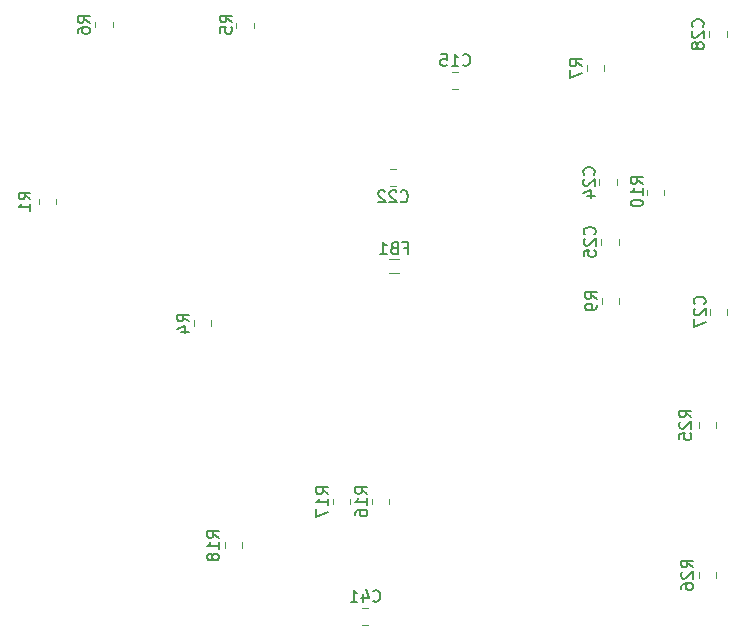
<source format=gbr>
%TF.GenerationSoftware,KiCad,Pcbnew,7.0.10*%
%TF.CreationDate,2024-03-15T07:12:17+07:00*%
%TF.ProjectId,Oxygen Monitoring,4f787967-656e-4204-9d6f-6e69746f7269,rev?*%
%TF.SameCoordinates,Original*%
%TF.FileFunction,Legend,Bot*%
%TF.FilePolarity,Positive*%
%FSLAX46Y46*%
G04 Gerber Fmt 4.6, Leading zero omitted, Abs format (unit mm)*
G04 Created by KiCad (PCBNEW 7.0.10) date 2024-03-15 07:12:17*
%MOMM*%
%LPD*%
G01*
G04 APERTURE LIST*
%ADD10C,0.150000*%
%ADD11C,0.120000*%
G04 APERTURE END LIST*
D10*
X118463219Y-42587942D02*
X117987028Y-42254609D01*
X118463219Y-42016514D02*
X117463219Y-42016514D01*
X117463219Y-42016514D02*
X117463219Y-42397466D01*
X117463219Y-42397466D02*
X117510838Y-42492704D01*
X117510838Y-42492704D02*
X117558457Y-42540323D01*
X117558457Y-42540323D02*
X117653695Y-42587942D01*
X117653695Y-42587942D02*
X117796552Y-42587942D01*
X117796552Y-42587942D02*
X117891790Y-42540323D01*
X117891790Y-42540323D02*
X117939409Y-42492704D01*
X117939409Y-42492704D02*
X117987028Y-42397466D01*
X117987028Y-42397466D02*
X117987028Y-42016514D01*
X118463219Y-43540323D02*
X118463219Y-42968895D01*
X118463219Y-43254609D02*
X117463219Y-43254609D01*
X117463219Y-43254609D02*
X117606076Y-43159371D01*
X117606076Y-43159371D02*
X117701314Y-43064133D01*
X117701314Y-43064133D02*
X117748933Y-42968895D01*
X117463219Y-44159371D02*
X117463219Y-44254609D01*
X117463219Y-44254609D02*
X117510838Y-44349847D01*
X117510838Y-44349847D02*
X117558457Y-44397466D01*
X117558457Y-44397466D02*
X117653695Y-44445085D01*
X117653695Y-44445085D02*
X117844171Y-44492704D01*
X117844171Y-44492704D02*
X118082266Y-44492704D01*
X118082266Y-44492704D02*
X118272742Y-44445085D01*
X118272742Y-44445085D02*
X118367980Y-44397466D01*
X118367980Y-44397466D02*
X118415600Y-44349847D01*
X118415600Y-44349847D02*
X118463219Y-44254609D01*
X118463219Y-44254609D02*
X118463219Y-44159371D01*
X118463219Y-44159371D02*
X118415600Y-44064133D01*
X118415600Y-44064133D02*
X118367980Y-44016514D01*
X118367980Y-44016514D02*
X118272742Y-43968895D01*
X118272742Y-43968895D02*
X118082266Y-43921276D01*
X118082266Y-43921276D02*
X117844171Y-43921276D01*
X117844171Y-43921276D02*
X117653695Y-43968895D01*
X117653695Y-43968895D02*
X117558457Y-44016514D01*
X117558457Y-44016514D02*
X117510838Y-44064133D01*
X117510838Y-44064133D02*
X117463219Y-44159371D01*
X113311819Y-32611333D02*
X112835628Y-32278000D01*
X113311819Y-32039905D02*
X112311819Y-32039905D01*
X112311819Y-32039905D02*
X112311819Y-32420857D01*
X112311819Y-32420857D02*
X112359438Y-32516095D01*
X112359438Y-32516095D02*
X112407057Y-32563714D01*
X112407057Y-32563714D02*
X112502295Y-32611333D01*
X112502295Y-32611333D02*
X112645152Y-32611333D01*
X112645152Y-32611333D02*
X112740390Y-32563714D01*
X112740390Y-32563714D02*
X112788009Y-32516095D01*
X112788009Y-32516095D02*
X112835628Y-32420857D01*
X112835628Y-32420857D02*
X112835628Y-32039905D01*
X112311819Y-32944667D02*
X112311819Y-33611333D01*
X112311819Y-33611333D02*
X113311819Y-33182762D01*
X123707580Y-52757142D02*
X123755200Y-52709523D01*
X123755200Y-52709523D02*
X123802819Y-52566666D01*
X123802819Y-52566666D02*
X123802819Y-52471428D01*
X123802819Y-52471428D02*
X123755200Y-52328571D01*
X123755200Y-52328571D02*
X123659961Y-52233333D01*
X123659961Y-52233333D02*
X123564723Y-52185714D01*
X123564723Y-52185714D02*
X123374247Y-52138095D01*
X123374247Y-52138095D02*
X123231390Y-52138095D01*
X123231390Y-52138095D02*
X123040914Y-52185714D01*
X123040914Y-52185714D02*
X122945676Y-52233333D01*
X122945676Y-52233333D02*
X122850438Y-52328571D01*
X122850438Y-52328571D02*
X122802819Y-52471428D01*
X122802819Y-52471428D02*
X122802819Y-52566666D01*
X122802819Y-52566666D02*
X122850438Y-52709523D01*
X122850438Y-52709523D02*
X122898057Y-52757142D01*
X122898057Y-53138095D02*
X122850438Y-53185714D01*
X122850438Y-53185714D02*
X122802819Y-53280952D01*
X122802819Y-53280952D02*
X122802819Y-53519047D01*
X122802819Y-53519047D02*
X122850438Y-53614285D01*
X122850438Y-53614285D02*
X122898057Y-53661904D01*
X122898057Y-53661904D02*
X122993295Y-53709523D01*
X122993295Y-53709523D02*
X123088533Y-53709523D01*
X123088533Y-53709523D02*
X123231390Y-53661904D01*
X123231390Y-53661904D02*
X123802819Y-53090476D01*
X123802819Y-53090476D02*
X123802819Y-53709523D01*
X122802819Y-54042857D02*
X122802819Y-54709523D01*
X122802819Y-54709523D02*
X123802819Y-54280952D01*
X95146019Y-68828042D02*
X94669828Y-68494709D01*
X95146019Y-68256614D02*
X94146019Y-68256614D01*
X94146019Y-68256614D02*
X94146019Y-68637566D01*
X94146019Y-68637566D02*
X94193638Y-68732804D01*
X94193638Y-68732804D02*
X94241257Y-68780423D01*
X94241257Y-68780423D02*
X94336495Y-68828042D01*
X94336495Y-68828042D02*
X94479352Y-68828042D01*
X94479352Y-68828042D02*
X94574590Y-68780423D01*
X94574590Y-68780423D02*
X94622209Y-68732804D01*
X94622209Y-68732804D02*
X94669828Y-68637566D01*
X94669828Y-68637566D02*
X94669828Y-68256614D01*
X95146019Y-69780423D02*
X95146019Y-69208995D01*
X95146019Y-69494709D02*
X94146019Y-69494709D01*
X94146019Y-69494709D02*
X94288876Y-69399471D01*
X94288876Y-69399471D02*
X94384114Y-69304233D01*
X94384114Y-69304233D02*
X94431733Y-69208995D01*
X94146019Y-70637566D02*
X94146019Y-70447090D01*
X94146019Y-70447090D02*
X94193638Y-70351852D01*
X94193638Y-70351852D02*
X94241257Y-70304233D01*
X94241257Y-70304233D02*
X94384114Y-70208995D01*
X94384114Y-70208995D02*
X94574590Y-70161376D01*
X94574590Y-70161376D02*
X94955542Y-70161376D01*
X94955542Y-70161376D02*
X95050780Y-70208995D01*
X95050780Y-70208995D02*
X95098400Y-70256614D01*
X95098400Y-70256614D02*
X95146019Y-70351852D01*
X95146019Y-70351852D02*
X95146019Y-70542328D01*
X95146019Y-70542328D02*
X95098400Y-70637566D01*
X95098400Y-70637566D02*
X95050780Y-70685185D01*
X95050780Y-70685185D02*
X94955542Y-70732804D01*
X94955542Y-70732804D02*
X94717447Y-70732804D01*
X94717447Y-70732804D02*
X94622209Y-70685185D01*
X94622209Y-70685185D02*
X94574590Y-70637566D01*
X94574590Y-70637566D02*
X94526971Y-70542328D01*
X94526971Y-70542328D02*
X94526971Y-70351852D01*
X94526971Y-70351852D02*
X94574590Y-70256614D01*
X94574590Y-70256614D02*
X94622209Y-70208995D01*
X94622209Y-70208995D02*
X94717447Y-70161376D01*
X95642857Y-77879580D02*
X95690476Y-77927200D01*
X95690476Y-77927200D02*
X95833333Y-77974819D01*
X95833333Y-77974819D02*
X95928571Y-77974819D01*
X95928571Y-77974819D02*
X96071428Y-77927200D01*
X96071428Y-77927200D02*
X96166666Y-77831961D01*
X96166666Y-77831961D02*
X96214285Y-77736723D01*
X96214285Y-77736723D02*
X96261904Y-77546247D01*
X96261904Y-77546247D02*
X96261904Y-77403390D01*
X96261904Y-77403390D02*
X96214285Y-77212914D01*
X96214285Y-77212914D02*
X96166666Y-77117676D01*
X96166666Y-77117676D02*
X96071428Y-77022438D01*
X96071428Y-77022438D02*
X95928571Y-76974819D01*
X95928571Y-76974819D02*
X95833333Y-76974819D01*
X95833333Y-76974819D02*
X95690476Y-77022438D01*
X95690476Y-77022438D02*
X95642857Y-77070057D01*
X94785714Y-77308152D02*
X94785714Y-77974819D01*
X95023809Y-76927200D02*
X95261904Y-77641485D01*
X95261904Y-77641485D02*
X94642857Y-77641485D01*
X93738095Y-77974819D02*
X94309523Y-77974819D01*
X94023809Y-77974819D02*
X94023809Y-76974819D01*
X94023809Y-76974819D02*
X94119047Y-77117676D01*
X94119047Y-77117676D02*
X94214285Y-77212914D01*
X94214285Y-77212914D02*
X94309523Y-77260533D01*
X123545980Y-29278342D02*
X123593600Y-29230723D01*
X123593600Y-29230723D02*
X123641219Y-29087866D01*
X123641219Y-29087866D02*
X123641219Y-28992628D01*
X123641219Y-28992628D02*
X123593600Y-28849771D01*
X123593600Y-28849771D02*
X123498361Y-28754533D01*
X123498361Y-28754533D02*
X123403123Y-28706914D01*
X123403123Y-28706914D02*
X123212647Y-28659295D01*
X123212647Y-28659295D02*
X123069790Y-28659295D01*
X123069790Y-28659295D02*
X122879314Y-28706914D01*
X122879314Y-28706914D02*
X122784076Y-28754533D01*
X122784076Y-28754533D02*
X122688838Y-28849771D01*
X122688838Y-28849771D02*
X122641219Y-28992628D01*
X122641219Y-28992628D02*
X122641219Y-29087866D01*
X122641219Y-29087866D02*
X122688838Y-29230723D01*
X122688838Y-29230723D02*
X122736457Y-29278342D01*
X122736457Y-29659295D02*
X122688838Y-29706914D01*
X122688838Y-29706914D02*
X122641219Y-29802152D01*
X122641219Y-29802152D02*
X122641219Y-30040247D01*
X122641219Y-30040247D02*
X122688838Y-30135485D01*
X122688838Y-30135485D02*
X122736457Y-30183104D01*
X122736457Y-30183104D02*
X122831695Y-30230723D01*
X122831695Y-30230723D02*
X122926933Y-30230723D01*
X122926933Y-30230723D02*
X123069790Y-30183104D01*
X123069790Y-30183104D02*
X123641219Y-29611676D01*
X123641219Y-29611676D02*
X123641219Y-30230723D01*
X123069790Y-30802152D02*
X123022171Y-30706914D01*
X123022171Y-30706914D02*
X122974552Y-30659295D01*
X122974552Y-30659295D02*
X122879314Y-30611676D01*
X122879314Y-30611676D02*
X122831695Y-30611676D01*
X122831695Y-30611676D02*
X122736457Y-30659295D01*
X122736457Y-30659295D02*
X122688838Y-30706914D01*
X122688838Y-30706914D02*
X122641219Y-30802152D01*
X122641219Y-30802152D02*
X122641219Y-30992628D01*
X122641219Y-30992628D02*
X122688838Y-31087866D01*
X122688838Y-31087866D02*
X122736457Y-31135485D01*
X122736457Y-31135485D02*
X122831695Y-31183104D01*
X122831695Y-31183104D02*
X122879314Y-31183104D01*
X122879314Y-31183104D02*
X122974552Y-31135485D01*
X122974552Y-31135485D02*
X123022171Y-31087866D01*
X123022171Y-31087866D02*
X123069790Y-30992628D01*
X123069790Y-30992628D02*
X123069790Y-30802152D01*
X123069790Y-30802152D02*
X123117409Y-30706914D01*
X123117409Y-30706914D02*
X123165028Y-30659295D01*
X123165028Y-30659295D02*
X123260266Y-30611676D01*
X123260266Y-30611676D02*
X123450742Y-30611676D01*
X123450742Y-30611676D02*
X123545980Y-30659295D01*
X123545980Y-30659295D02*
X123593600Y-30706914D01*
X123593600Y-30706914D02*
X123641219Y-30802152D01*
X123641219Y-30802152D02*
X123641219Y-30992628D01*
X123641219Y-30992628D02*
X123593600Y-31087866D01*
X123593600Y-31087866D02*
X123545980Y-31135485D01*
X123545980Y-31135485D02*
X123450742Y-31183104D01*
X123450742Y-31183104D02*
X123260266Y-31183104D01*
X123260266Y-31183104D02*
X123165028Y-31135485D01*
X123165028Y-31135485D02*
X123117409Y-31087866D01*
X123117409Y-31087866D02*
X123069790Y-30992628D01*
X98270833Y-47987809D02*
X98604166Y-47987809D01*
X98604166Y-48511619D02*
X98604166Y-47511619D01*
X98604166Y-47511619D02*
X98127976Y-47511619D01*
X97413690Y-47987809D02*
X97270833Y-48035428D01*
X97270833Y-48035428D02*
X97223214Y-48083047D01*
X97223214Y-48083047D02*
X97175595Y-48178285D01*
X97175595Y-48178285D02*
X97175595Y-48321142D01*
X97175595Y-48321142D02*
X97223214Y-48416380D01*
X97223214Y-48416380D02*
X97270833Y-48464000D01*
X97270833Y-48464000D02*
X97366071Y-48511619D01*
X97366071Y-48511619D02*
X97747023Y-48511619D01*
X97747023Y-48511619D02*
X97747023Y-47511619D01*
X97747023Y-47511619D02*
X97413690Y-47511619D01*
X97413690Y-47511619D02*
X97318452Y-47559238D01*
X97318452Y-47559238D02*
X97270833Y-47606857D01*
X97270833Y-47606857D02*
X97223214Y-47702095D01*
X97223214Y-47702095D02*
X97223214Y-47797333D01*
X97223214Y-47797333D02*
X97270833Y-47892571D01*
X97270833Y-47892571D02*
X97318452Y-47940190D01*
X97318452Y-47940190D02*
X97413690Y-47987809D01*
X97413690Y-47987809D02*
X97747023Y-47987809D01*
X96223214Y-48511619D02*
X96794642Y-48511619D01*
X96508928Y-48511619D02*
X96508928Y-47511619D01*
X96508928Y-47511619D02*
X96604166Y-47654476D01*
X96604166Y-47654476D02*
X96699404Y-47749714D01*
X96699404Y-47749714D02*
X96794642Y-47797333D01*
X103252057Y-32501580D02*
X103299676Y-32549200D01*
X103299676Y-32549200D02*
X103442533Y-32596819D01*
X103442533Y-32596819D02*
X103537771Y-32596819D01*
X103537771Y-32596819D02*
X103680628Y-32549200D01*
X103680628Y-32549200D02*
X103775866Y-32453961D01*
X103775866Y-32453961D02*
X103823485Y-32358723D01*
X103823485Y-32358723D02*
X103871104Y-32168247D01*
X103871104Y-32168247D02*
X103871104Y-32025390D01*
X103871104Y-32025390D02*
X103823485Y-31834914D01*
X103823485Y-31834914D02*
X103775866Y-31739676D01*
X103775866Y-31739676D02*
X103680628Y-31644438D01*
X103680628Y-31644438D02*
X103537771Y-31596819D01*
X103537771Y-31596819D02*
X103442533Y-31596819D01*
X103442533Y-31596819D02*
X103299676Y-31644438D01*
X103299676Y-31644438D02*
X103252057Y-31692057D01*
X102299676Y-32596819D02*
X102871104Y-32596819D01*
X102585390Y-32596819D02*
X102585390Y-31596819D01*
X102585390Y-31596819D02*
X102680628Y-31739676D01*
X102680628Y-31739676D02*
X102775866Y-31834914D01*
X102775866Y-31834914D02*
X102871104Y-31882533D01*
X101394914Y-31596819D02*
X101871104Y-31596819D01*
X101871104Y-31596819D02*
X101918723Y-32073009D01*
X101918723Y-32073009D02*
X101871104Y-32025390D01*
X101871104Y-32025390D02*
X101775866Y-31977771D01*
X101775866Y-31977771D02*
X101537771Y-31977771D01*
X101537771Y-31977771D02*
X101442533Y-32025390D01*
X101442533Y-32025390D02*
X101394914Y-32073009D01*
X101394914Y-32073009D02*
X101347295Y-32168247D01*
X101347295Y-32168247D02*
X101347295Y-32406342D01*
X101347295Y-32406342D02*
X101394914Y-32501580D01*
X101394914Y-32501580D02*
X101442533Y-32549200D01*
X101442533Y-32549200D02*
X101537771Y-32596819D01*
X101537771Y-32596819D02*
X101775866Y-32596819D01*
X101775866Y-32596819D02*
X101871104Y-32549200D01*
X101871104Y-32549200D02*
X101918723Y-32501580D01*
X91844019Y-68851542D02*
X91367828Y-68518209D01*
X91844019Y-68280114D02*
X90844019Y-68280114D01*
X90844019Y-68280114D02*
X90844019Y-68661066D01*
X90844019Y-68661066D02*
X90891638Y-68756304D01*
X90891638Y-68756304D02*
X90939257Y-68803923D01*
X90939257Y-68803923D02*
X91034495Y-68851542D01*
X91034495Y-68851542D02*
X91177352Y-68851542D01*
X91177352Y-68851542D02*
X91272590Y-68803923D01*
X91272590Y-68803923D02*
X91320209Y-68756304D01*
X91320209Y-68756304D02*
X91367828Y-68661066D01*
X91367828Y-68661066D02*
X91367828Y-68280114D01*
X91844019Y-69803923D02*
X91844019Y-69232495D01*
X91844019Y-69518209D02*
X90844019Y-69518209D01*
X90844019Y-69518209D02*
X90986876Y-69422971D01*
X90986876Y-69422971D02*
X91082114Y-69327733D01*
X91082114Y-69327733D02*
X91129733Y-69232495D01*
X90844019Y-70137257D02*
X90844019Y-70803923D01*
X90844019Y-70803923D02*
X91844019Y-70375352D01*
X82598419Y-72559942D02*
X82122228Y-72226609D01*
X82598419Y-71988514D02*
X81598419Y-71988514D01*
X81598419Y-71988514D02*
X81598419Y-72369466D01*
X81598419Y-72369466D02*
X81646038Y-72464704D01*
X81646038Y-72464704D02*
X81693657Y-72512323D01*
X81693657Y-72512323D02*
X81788895Y-72559942D01*
X81788895Y-72559942D02*
X81931752Y-72559942D01*
X81931752Y-72559942D02*
X82026990Y-72512323D01*
X82026990Y-72512323D02*
X82074609Y-72464704D01*
X82074609Y-72464704D02*
X82122228Y-72369466D01*
X82122228Y-72369466D02*
X82122228Y-71988514D01*
X82598419Y-73512323D02*
X82598419Y-72940895D01*
X82598419Y-73226609D02*
X81598419Y-73226609D01*
X81598419Y-73226609D02*
X81741276Y-73131371D01*
X81741276Y-73131371D02*
X81836514Y-73036133D01*
X81836514Y-73036133D02*
X81884133Y-72940895D01*
X82026990Y-74083752D02*
X81979371Y-73988514D01*
X81979371Y-73988514D02*
X81931752Y-73940895D01*
X81931752Y-73940895D02*
X81836514Y-73893276D01*
X81836514Y-73893276D02*
X81788895Y-73893276D01*
X81788895Y-73893276D02*
X81693657Y-73940895D01*
X81693657Y-73940895D02*
X81646038Y-73988514D01*
X81646038Y-73988514D02*
X81598419Y-74083752D01*
X81598419Y-74083752D02*
X81598419Y-74274228D01*
X81598419Y-74274228D02*
X81646038Y-74369466D01*
X81646038Y-74369466D02*
X81693657Y-74417085D01*
X81693657Y-74417085D02*
X81788895Y-74464704D01*
X81788895Y-74464704D02*
X81836514Y-74464704D01*
X81836514Y-74464704D02*
X81931752Y-74417085D01*
X81931752Y-74417085D02*
X81979371Y-74369466D01*
X81979371Y-74369466D02*
X82026990Y-74274228D01*
X82026990Y-74274228D02*
X82026990Y-74083752D01*
X82026990Y-74083752D02*
X82074609Y-73988514D01*
X82074609Y-73988514D02*
X82122228Y-73940895D01*
X82122228Y-73940895D02*
X82217466Y-73893276D01*
X82217466Y-73893276D02*
X82407942Y-73893276D01*
X82407942Y-73893276D02*
X82503180Y-73940895D01*
X82503180Y-73940895D02*
X82550800Y-73988514D01*
X82550800Y-73988514D02*
X82598419Y-74083752D01*
X82598419Y-74083752D02*
X82598419Y-74274228D01*
X82598419Y-74274228D02*
X82550800Y-74369466D01*
X82550800Y-74369466D02*
X82503180Y-74417085D01*
X82503180Y-74417085D02*
X82407942Y-74464704D01*
X82407942Y-74464704D02*
X82217466Y-74464704D01*
X82217466Y-74464704D02*
X82122228Y-74417085D01*
X82122228Y-74417085D02*
X82074609Y-74369466D01*
X82074609Y-74369466D02*
X82026990Y-74274228D01*
X122729819Y-75057142D02*
X122253628Y-74723809D01*
X122729819Y-74485714D02*
X121729819Y-74485714D01*
X121729819Y-74485714D02*
X121729819Y-74866666D01*
X121729819Y-74866666D02*
X121777438Y-74961904D01*
X121777438Y-74961904D02*
X121825057Y-75009523D01*
X121825057Y-75009523D02*
X121920295Y-75057142D01*
X121920295Y-75057142D02*
X122063152Y-75057142D01*
X122063152Y-75057142D02*
X122158390Y-75009523D01*
X122158390Y-75009523D02*
X122206009Y-74961904D01*
X122206009Y-74961904D02*
X122253628Y-74866666D01*
X122253628Y-74866666D02*
X122253628Y-74485714D01*
X121825057Y-75438095D02*
X121777438Y-75485714D01*
X121777438Y-75485714D02*
X121729819Y-75580952D01*
X121729819Y-75580952D02*
X121729819Y-75819047D01*
X121729819Y-75819047D02*
X121777438Y-75914285D01*
X121777438Y-75914285D02*
X121825057Y-75961904D01*
X121825057Y-75961904D02*
X121920295Y-76009523D01*
X121920295Y-76009523D02*
X122015533Y-76009523D01*
X122015533Y-76009523D02*
X122158390Y-75961904D01*
X122158390Y-75961904D02*
X122729819Y-75390476D01*
X122729819Y-75390476D02*
X122729819Y-76009523D01*
X121729819Y-76866666D02*
X121729819Y-76676190D01*
X121729819Y-76676190D02*
X121777438Y-76580952D01*
X121777438Y-76580952D02*
X121825057Y-76533333D01*
X121825057Y-76533333D02*
X121967914Y-76438095D01*
X121967914Y-76438095D02*
X122158390Y-76390476D01*
X122158390Y-76390476D02*
X122539342Y-76390476D01*
X122539342Y-76390476D02*
X122634580Y-76438095D01*
X122634580Y-76438095D02*
X122682200Y-76485714D01*
X122682200Y-76485714D02*
X122729819Y-76580952D01*
X122729819Y-76580952D02*
X122729819Y-76771428D01*
X122729819Y-76771428D02*
X122682200Y-76866666D01*
X122682200Y-76866666D02*
X122634580Y-76914285D01*
X122634580Y-76914285D02*
X122539342Y-76961904D01*
X122539342Y-76961904D02*
X122301247Y-76961904D01*
X122301247Y-76961904D02*
X122206009Y-76914285D01*
X122206009Y-76914285D02*
X122158390Y-76866666D01*
X122158390Y-76866666D02*
X122110771Y-76771428D01*
X122110771Y-76771428D02*
X122110771Y-76580952D01*
X122110771Y-76580952D02*
X122158390Y-76485714D01*
X122158390Y-76485714D02*
X122206009Y-76438095D01*
X122206009Y-76438095D02*
X122301247Y-76390476D01*
X80054819Y-54233333D02*
X79578628Y-53900000D01*
X80054819Y-53661905D02*
X79054819Y-53661905D01*
X79054819Y-53661905D02*
X79054819Y-54042857D01*
X79054819Y-54042857D02*
X79102438Y-54138095D01*
X79102438Y-54138095D02*
X79150057Y-54185714D01*
X79150057Y-54185714D02*
X79245295Y-54233333D01*
X79245295Y-54233333D02*
X79388152Y-54233333D01*
X79388152Y-54233333D02*
X79483390Y-54185714D01*
X79483390Y-54185714D02*
X79531009Y-54138095D01*
X79531009Y-54138095D02*
X79578628Y-54042857D01*
X79578628Y-54042857D02*
X79578628Y-53661905D01*
X79388152Y-55090476D02*
X80054819Y-55090476D01*
X79007200Y-54852381D02*
X79721485Y-54614286D01*
X79721485Y-54614286D02*
X79721485Y-55233333D01*
X122579019Y-62357142D02*
X122102828Y-62023809D01*
X122579019Y-61785714D02*
X121579019Y-61785714D01*
X121579019Y-61785714D02*
X121579019Y-62166666D01*
X121579019Y-62166666D02*
X121626638Y-62261904D01*
X121626638Y-62261904D02*
X121674257Y-62309523D01*
X121674257Y-62309523D02*
X121769495Y-62357142D01*
X121769495Y-62357142D02*
X121912352Y-62357142D01*
X121912352Y-62357142D02*
X122007590Y-62309523D01*
X122007590Y-62309523D02*
X122055209Y-62261904D01*
X122055209Y-62261904D02*
X122102828Y-62166666D01*
X122102828Y-62166666D02*
X122102828Y-61785714D01*
X121674257Y-62738095D02*
X121626638Y-62785714D01*
X121626638Y-62785714D02*
X121579019Y-62880952D01*
X121579019Y-62880952D02*
X121579019Y-63119047D01*
X121579019Y-63119047D02*
X121626638Y-63214285D01*
X121626638Y-63214285D02*
X121674257Y-63261904D01*
X121674257Y-63261904D02*
X121769495Y-63309523D01*
X121769495Y-63309523D02*
X121864733Y-63309523D01*
X121864733Y-63309523D02*
X122007590Y-63261904D01*
X122007590Y-63261904D02*
X122579019Y-62690476D01*
X122579019Y-62690476D02*
X122579019Y-63309523D01*
X121579019Y-64214285D02*
X121579019Y-63738095D01*
X121579019Y-63738095D02*
X122055209Y-63690476D01*
X122055209Y-63690476D02*
X122007590Y-63738095D01*
X122007590Y-63738095D02*
X121959971Y-63833333D01*
X121959971Y-63833333D02*
X121959971Y-64071428D01*
X121959971Y-64071428D02*
X122007590Y-64166666D01*
X122007590Y-64166666D02*
X122055209Y-64214285D01*
X122055209Y-64214285D02*
X122150447Y-64261904D01*
X122150447Y-64261904D02*
X122388542Y-64261904D01*
X122388542Y-64261904D02*
X122483780Y-64214285D01*
X122483780Y-64214285D02*
X122531400Y-64166666D01*
X122531400Y-64166666D02*
X122579019Y-64071428D01*
X122579019Y-64071428D02*
X122579019Y-63833333D01*
X122579019Y-63833333D02*
X122531400Y-63738095D01*
X122531400Y-63738095D02*
X122483780Y-63690476D01*
X114597819Y-52333333D02*
X114121628Y-52000000D01*
X114597819Y-51761905D02*
X113597819Y-51761905D01*
X113597819Y-51761905D02*
X113597819Y-52142857D01*
X113597819Y-52142857D02*
X113645438Y-52238095D01*
X113645438Y-52238095D02*
X113693057Y-52285714D01*
X113693057Y-52285714D02*
X113788295Y-52333333D01*
X113788295Y-52333333D02*
X113931152Y-52333333D01*
X113931152Y-52333333D02*
X114026390Y-52285714D01*
X114026390Y-52285714D02*
X114074009Y-52238095D01*
X114074009Y-52238095D02*
X114121628Y-52142857D01*
X114121628Y-52142857D02*
X114121628Y-51761905D01*
X114597819Y-52809524D02*
X114597819Y-53000000D01*
X114597819Y-53000000D02*
X114550200Y-53095238D01*
X114550200Y-53095238D02*
X114502580Y-53142857D01*
X114502580Y-53142857D02*
X114359723Y-53238095D01*
X114359723Y-53238095D02*
X114169247Y-53285714D01*
X114169247Y-53285714D02*
X113788295Y-53285714D01*
X113788295Y-53285714D02*
X113693057Y-53238095D01*
X113693057Y-53238095D02*
X113645438Y-53190476D01*
X113645438Y-53190476D02*
X113597819Y-53095238D01*
X113597819Y-53095238D02*
X113597819Y-52904762D01*
X113597819Y-52904762D02*
X113645438Y-52809524D01*
X113645438Y-52809524D02*
X113693057Y-52761905D01*
X113693057Y-52761905D02*
X113788295Y-52714286D01*
X113788295Y-52714286D02*
X114026390Y-52714286D01*
X114026390Y-52714286D02*
X114121628Y-52761905D01*
X114121628Y-52761905D02*
X114169247Y-52809524D01*
X114169247Y-52809524D02*
X114216866Y-52904762D01*
X114216866Y-52904762D02*
X114216866Y-53095238D01*
X114216866Y-53095238D02*
X114169247Y-53190476D01*
X114169247Y-53190476D02*
X114121628Y-53238095D01*
X114121628Y-53238095D02*
X114026390Y-53285714D01*
X97989757Y-44047180D02*
X98037376Y-44094800D01*
X98037376Y-44094800D02*
X98180233Y-44142419D01*
X98180233Y-44142419D02*
X98275471Y-44142419D01*
X98275471Y-44142419D02*
X98418328Y-44094800D01*
X98418328Y-44094800D02*
X98513566Y-43999561D01*
X98513566Y-43999561D02*
X98561185Y-43904323D01*
X98561185Y-43904323D02*
X98608804Y-43713847D01*
X98608804Y-43713847D02*
X98608804Y-43570990D01*
X98608804Y-43570990D02*
X98561185Y-43380514D01*
X98561185Y-43380514D02*
X98513566Y-43285276D01*
X98513566Y-43285276D02*
X98418328Y-43190038D01*
X98418328Y-43190038D02*
X98275471Y-43142419D01*
X98275471Y-43142419D02*
X98180233Y-43142419D01*
X98180233Y-43142419D02*
X98037376Y-43190038D01*
X98037376Y-43190038D02*
X97989757Y-43237657D01*
X97608804Y-43237657D02*
X97561185Y-43190038D01*
X97561185Y-43190038D02*
X97465947Y-43142419D01*
X97465947Y-43142419D02*
X97227852Y-43142419D01*
X97227852Y-43142419D02*
X97132614Y-43190038D01*
X97132614Y-43190038D02*
X97084995Y-43237657D01*
X97084995Y-43237657D02*
X97037376Y-43332895D01*
X97037376Y-43332895D02*
X97037376Y-43428133D01*
X97037376Y-43428133D02*
X97084995Y-43570990D01*
X97084995Y-43570990D02*
X97656423Y-44142419D01*
X97656423Y-44142419D02*
X97037376Y-44142419D01*
X96656423Y-43237657D02*
X96608804Y-43190038D01*
X96608804Y-43190038D02*
X96513566Y-43142419D01*
X96513566Y-43142419D02*
X96275471Y-43142419D01*
X96275471Y-43142419D02*
X96180233Y-43190038D01*
X96180233Y-43190038D02*
X96132614Y-43237657D01*
X96132614Y-43237657D02*
X96084995Y-43332895D01*
X96084995Y-43332895D02*
X96084995Y-43428133D01*
X96084995Y-43428133D02*
X96132614Y-43570990D01*
X96132614Y-43570990D02*
X96704042Y-44142419D01*
X96704042Y-44142419D02*
X96084995Y-44142419D01*
X114342580Y-41807142D02*
X114390200Y-41759523D01*
X114390200Y-41759523D02*
X114437819Y-41616666D01*
X114437819Y-41616666D02*
X114437819Y-41521428D01*
X114437819Y-41521428D02*
X114390200Y-41378571D01*
X114390200Y-41378571D02*
X114294961Y-41283333D01*
X114294961Y-41283333D02*
X114199723Y-41235714D01*
X114199723Y-41235714D02*
X114009247Y-41188095D01*
X114009247Y-41188095D02*
X113866390Y-41188095D01*
X113866390Y-41188095D02*
X113675914Y-41235714D01*
X113675914Y-41235714D02*
X113580676Y-41283333D01*
X113580676Y-41283333D02*
X113485438Y-41378571D01*
X113485438Y-41378571D02*
X113437819Y-41521428D01*
X113437819Y-41521428D02*
X113437819Y-41616666D01*
X113437819Y-41616666D02*
X113485438Y-41759523D01*
X113485438Y-41759523D02*
X113533057Y-41807142D01*
X113533057Y-42188095D02*
X113485438Y-42235714D01*
X113485438Y-42235714D02*
X113437819Y-42330952D01*
X113437819Y-42330952D02*
X113437819Y-42569047D01*
X113437819Y-42569047D02*
X113485438Y-42664285D01*
X113485438Y-42664285D02*
X113533057Y-42711904D01*
X113533057Y-42711904D02*
X113628295Y-42759523D01*
X113628295Y-42759523D02*
X113723533Y-42759523D01*
X113723533Y-42759523D02*
X113866390Y-42711904D01*
X113866390Y-42711904D02*
X114437819Y-42140476D01*
X114437819Y-42140476D02*
X114437819Y-42759523D01*
X113771152Y-43616666D02*
X114437819Y-43616666D01*
X113390200Y-43378571D02*
X114104485Y-43140476D01*
X114104485Y-43140476D02*
X114104485Y-43759523D01*
X114392580Y-46857142D02*
X114440200Y-46809523D01*
X114440200Y-46809523D02*
X114487819Y-46666666D01*
X114487819Y-46666666D02*
X114487819Y-46571428D01*
X114487819Y-46571428D02*
X114440200Y-46428571D01*
X114440200Y-46428571D02*
X114344961Y-46333333D01*
X114344961Y-46333333D02*
X114249723Y-46285714D01*
X114249723Y-46285714D02*
X114059247Y-46238095D01*
X114059247Y-46238095D02*
X113916390Y-46238095D01*
X113916390Y-46238095D02*
X113725914Y-46285714D01*
X113725914Y-46285714D02*
X113630676Y-46333333D01*
X113630676Y-46333333D02*
X113535438Y-46428571D01*
X113535438Y-46428571D02*
X113487819Y-46571428D01*
X113487819Y-46571428D02*
X113487819Y-46666666D01*
X113487819Y-46666666D02*
X113535438Y-46809523D01*
X113535438Y-46809523D02*
X113583057Y-46857142D01*
X113583057Y-47238095D02*
X113535438Y-47285714D01*
X113535438Y-47285714D02*
X113487819Y-47380952D01*
X113487819Y-47380952D02*
X113487819Y-47619047D01*
X113487819Y-47619047D02*
X113535438Y-47714285D01*
X113535438Y-47714285D02*
X113583057Y-47761904D01*
X113583057Y-47761904D02*
X113678295Y-47809523D01*
X113678295Y-47809523D02*
X113773533Y-47809523D01*
X113773533Y-47809523D02*
X113916390Y-47761904D01*
X113916390Y-47761904D02*
X114487819Y-47190476D01*
X114487819Y-47190476D02*
X114487819Y-47809523D01*
X113487819Y-48714285D02*
X113487819Y-48238095D01*
X113487819Y-48238095D02*
X113964009Y-48190476D01*
X113964009Y-48190476D02*
X113916390Y-48238095D01*
X113916390Y-48238095D02*
X113868771Y-48333333D01*
X113868771Y-48333333D02*
X113868771Y-48571428D01*
X113868771Y-48571428D02*
X113916390Y-48666666D01*
X113916390Y-48666666D02*
X113964009Y-48714285D01*
X113964009Y-48714285D02*
X114059247Y-48761904D01*
X114059247Y-48761904D02*
X114297342Y-48761904D01*
X114297342Y-48761904D02*
X114392580Y-48714285D01*
X114392580Y-48714285D02*
X114440200Y-48666666D01*
X114440200Y-48666666D02*
X114487819Y-48571428D01*
X114487819Y-48571428D02*
X114487819Y-48333333D01*
X114487819Y-48333333D02*
X114440200Y-48238095D01*
X114440200Y-48238095D02*
X114392580Y-48190476D01*
X83689619Y-28903333D02*
X83213428Y-28570000D01*
X83689619Y-28331905D02*
X82689619Y-28331905D01*
X82689619Y-28331905D02*
X82689619Y-28712857D01*
X82689619Y-28712857D02*
X82737238Y-28808095D01*
X82737238Y-28808095D02*
X82784857Y-28855714D01*
X82784857Y-28855714D02*
X82880095Y-28903333D01*
X82880095Y-28903333D02*
X83022952Y-28903333D01*
X83022952Y-28903333D02*
X83118190Y-28855714D01*
X83118190Y-28855714D02*
X83165809Y-28808095D01*
X83165809Y-28808095D02*
X83213428Y-28712857D01*
X83213428Y-28712857D02*
X83213428Y-28331905D01*
X82689619Y-29808095D02*
X82689619Y-29331905D01*
X82689619Y-29331905D02*
X83165809Y-29284286D01*
X83165809Y-29284286D02*
X83118190Y-29331905D01*
X83118190Y-29331905D02*
X83070571Y-29427143D01*
X83070571Y-29427143D02*
X83070571Y-29665238D01*
X83070571Y-29665238D02*
X83118190Y-29760476D01*
X83118190Y-29760476D02*
X83165809Y-29808095D01*
X83165809Y-29808095D02*
X83261047Y-29855714D01*
X83261047Y-29855714D02*
X83499142Y-29855714D01*
X83499142Y-29855714D02*
X83594380Y-29808095D01*
X83594380Y-29808095D02*
X83642000Y-29760476D01*
X83642000Y-29760476D02*
X83689619Y-29665238D01*
X83689619Y-29665238D02*
X83689619Y-29427143D01*
X83689619Y-29427143D02*
X83642000Y-29331905D01*
X83642000Y-29331905D02*
X83594380Y-29284286D01*
X66640819Y-43900833D02*
X66164628Y-43567500D01*
X66640819Y-43329405D02*
X65640819Y-43329405D01*
X65640819Y-43329405D02*
X65640819Y-43710357D01*
X65640819Y-43710357D02*
X65688438Y-43805595D01*
X65688438Y-43805595D02*
X65736057Y-43853214D01*
X65736057Y-43853214D02*
X65831295Y-43900833D01*
X65831295Y-43900833D02*
X65974152Y-43900833D01*
X65974152Y-43900833D02*
X66069390Y-43853214D01*
X66069390Y-43853214D02*
X66117009Y-43805595D01*
X66117009Y-43805595D02*
X66164628Y-43710357D01*
X66164628Y-43710357D02*
X66164628Y-43329405D01*
X66640819Y-44853214D02*
X66640819Y-44281786D01*
X66640819Y-44567500D02*
X65640819Y-44567500D01*
X65640819Y-44567500D02*
X65783676Y-44472262D01*
X65783676Y-44472262D02*
X65878914Y-44377024D01*
X65878914Y-44377024D02*
X65926533Y-44281786D01*
X71654819Y-28933333D02*
X71178628Y-28600000D01*
X71654819Y-28361905D02*
X70654819Y-28361905D01*
X70654819Y-28361905D02*
X70654819Y-28742857D01*
X70654819Y-28742857D02*
X70702438Y-28838095D01*
X70702438Y-28838095D02*
X70750057Y-28885714D01*
X70750057Y-28885714D02*
X70845295Y-28933333D01*
X70845295Y-28933333D02*
X70988152Y-28933333D01*
X70988152Y-28933333D02*
X71083390Y-28885714D01*
X71083390Y-28885714D02*
X71131009Y-28838095D01*
X71131009Y-28838095D02*
X71178628Y-28742857D01*
X71178628Y-28742857D02*
X71178628Y-28361905D01*
X70654819Y-29790476D02*
X70654819Y-29600000D01*
X70654819Y-29600000D02*
X70702438Y-29504762D01*
X70702438Y-29504762D02*
X70750057Y-29457143D01*
X70750057Y-29457143D02*
X70892914Y-29361905D01*
X70892914Y-29361905D02*
X71083390Y-29314286D01*
X71083390Y-29314286D02*
X71464342Y-29314286D01*
X71464342Y-29314286D02*
X71559580Y-29361905D01*
X71559580Y-29361905D02*
X71607200Y-29409524D01*
X71607200Y-29409524D02*
X71654819Y-29504762D01*
X71654819Y-29504762D02*
X71654819Y-29695238D01*
X71654819Y-29695238D02*
X71607200Y-29790476D01*
X71607200Y-29790476D02*
X71559580Y-29838095D01*
X71559580Y-29838095D02*
X71464342Y-29885714D01*
X71464342Y-29885714D02*
X71226247Y-29885714D01*
X71226247Y-29885714D02*
X71131009Y-29838095D01*
X71131009Y-29838095D02*
X71083390Y-29790476D01*
X71083390Y-29790476D02*
X71035771Y-29695238D01*
X71035771Y-29695238D02*
X71035771Y-29504762D01*
X71035771Y-29504762D02*
X71083390Y-29409524D01*
X71083390Y-29409524D02*
X71131009Y-29361905D01*
X71131009Y-29361905D02*
X71226247Y-29314286D01*
D11*
%TO.C,R10*%
X118852000Y-43569564D02*
X118852000Y-43115436D01*
X120322000Y-43569564D02*
X120322000Y-43115436D01*
%TO.C,R7*%
X115242000Y-32550936D02*
X115242000Y-33005064D01*
X113772000Y-32550936D02*
X113772000Y-33005064D01*
%TO.C,C27*%
X124165000Y-53661252D02*
X124165000Y-53138748D01*
X125635000Y-53661252D02*
X125635000Y-53138748D01*
%TO.C,R16*%
X95531000Y-69696064D02*
X95531000Y-69241936D01*
X97001000Y-69696064D02*
X97001000Y-69241936D01*
%TO.C,C41*%
X95261252Y-79935000D02*
X94738748Y-79935000D01*
X95261252Y-78465000D02*
X94738748Y-78465000D01*
%TO.C,C28*%
X125601400Y-29659948D02*
X125601400Y-30182452D01*
X124131400Y-29659948D02*
X124131400Y-30182452D01*
%TO.C,FB1*%
X97037878Y-48982000D02*
X97837122Y-48982000D01*
X97037878Y-50102000D02*
X97837122Y-50102000D01*
%TO.C,C15*%
X102870452Y-34557000D02*
X102347948Y-34557000D01*
X102870452Y-33087000D02*
X102347948Y-33087000D01*
%TO.C,R17*%
X92229000Y-69719564D02*
X92229000Y-69265436D01*
X93699000Y-69719564D02*
X93699000Y-69265436D01*
%TO.C,R18*%
X83085000Y-73379064D02*
X83085000Y-72924936D01*
X84555000Y-73379064D02*
X84555000Y-72924936D01*
%TO.C,R26*%
X123217000Y-75919064D02*
X123217000Y-75464936D01*
X124687000Y-75919064D02*
X124687000Y-75464936D01*
%TO.C,R4*%
X81916500Y-54128936D02*
X81916500Y-54583064D01*
X80446500Y-54128936D02*
X80446500Y-54583064D01*
%TO.C,R25*%
X124687000Y-62764936D02*
X124687000Y-63219064D01*
X123217000Y-62764936D02*
X123217000Y-63219064D01*
%TO.C,R9*%
X115015000Y-52727064D02*
X115015000Y-52272936D01*
X116485000Y-52727064D02*
X116485000Y-52272936D01*
%TO.C,C22*%
X97088748Y-41315000D02*
X97611252Y-41315000D01*
X97088748Y-42785000D02*
X97611252Y-42785000D01*
%TO.C,C24*%
X114815000Y-42711252D02*
X114815000Y-42188748D01*
X116285000Y-42711252D02*
X116285000Y-42188748D01*
%TO.C,C25*%
X114965000Y-47761252D02*
X114965000Y-47238748D01*
X116435000Y-47761252D02*
X116435000Y-47238748D01*
%TO.C,R5*%
X84071400Y-29377064D02*
X84071400Y-28922936D01*
X85541400Y-29377064D02*
X85541400Y-28922936D01*
%TO.C,R1*%
X68807000Y-43865436D02*
X68807000Y-44319564D01*
X67337000Y-43865436D02*
X67337000Y-44319564D01*
%TO.C,R6*%
X72129800Y-29327064D02*
X72129800Y-28872936D01*
X73599800Y-29327064D02*
X73599800Y-28872936D01*
%TD*%
M02*

</source>
